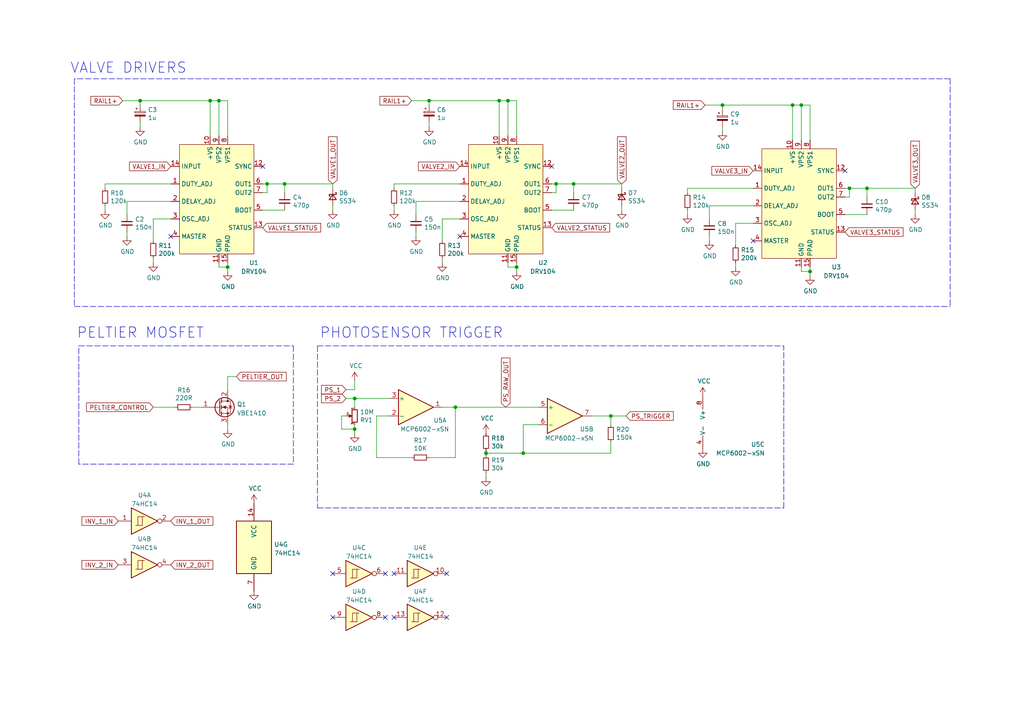
<source format=kicad_sch>
(kicad_sch (version 20211123) (generator eeschema)
  (paper "A4")
  (lib_symbols
    (symbol "74xx:74HC14" (pin_names (offset 1.016))
      (property "Reference" "U" (at 0 1.27 0))
      (property "Value" "74HC14" (at 0 -1.27 0))
      (symbol "74HC14_1_0"
        (polyline (pts (xy -3.81 3.81) (xy -3.81 -3.81) (xy 3.81 0) (xy -3.81 3.81)) (stroke (width 0.254)) (fill (type background)))
        (pin input line (at -7.62 0 0) (length 3.81) (name "~") (number "1"))
        (pin output inverted (at 7.62 0 180) (length 3.81) (name "~") (number "2"))
      )
      (symbol "74HC14_1_1"
        (polyline (pts (xy -1.905 -1.27) (xy -1.905 1.27) (xy -0.635 1.27)))
        (polyline (pts (xy -2.54 -1.27) (xy -0.635 -1.27) (xy -0.635 1.27) (xy 0 1.27)))
      )
      (symbol "74HC14_2_0"
        (polyline (pts (xy -3.81 3.81) (xy -3.81 -3.81) (xy 3.81 0) (xy -3.81 3.81)) (stroke (width 0.254)) (fill (type background)))
        (pin input line (at -7.62 0 0) (length 3.81) (name "~") (number "3"))
        (pin output inverted (at 7.62 0 180) (length 3.81) (name "~") (number "4"))
      )
      (symbol "74HC14_2_1"
        (polyline (pts (xy -1.905 -1.27) (xy -1.905 1.27) (xy -0.635 1.27)))
        (polyline (pts (xy -2.54 -1.27) (xy -0.635 -1.27) (xy -0.635 1.27) (xy 0 1.27)))
      )
      (symbol "74HC14_3_0"
        (polyline (pts (xy -3.81 3.81) (xy -3.81 -3.81) (xy 3.81 0) (xy -3.81 3.81)) (stroke (width 0.254)) (fill (type background)))
        (pin input line (at -7.62 0 0) (length 3.81) (name "~") (number "5"))
        (pin output inverted (at 7.62 0 180) (length 3.81) (name "~") (number "6"))
      )
      (symbol "74HC14_3_1"
        (polyline (pts (xy -1.905 -1.27) (xy -1.905 1.27) (xy -0.635 1.27)))
        (polyline (pts (xy -2.54 -1.27) (xy -0.635 -1.27) (xy -0.635 1.27) (xy 0 1.27)))
      )
      (symbol "74HC14_4_0"
        (polyline (pts (xy -3.81 3.81) (xy -3.81 -3.81) (xy 3.81 0) (xy -3.81 3.81)) (stroke (width 0.254)) (fill (type background)))
        (pin output inverted (at 7.62 0 180) (length 3.81) (name "~") (number "8"))
        (pin input line (at -7.62 0 0) (length 3.81) (name "~") (number "9"))
      )
      (symbol "74HC14_4_1"
        (polyline (pts (xy -1.905 -1.27) (xy -1.905 1.27) (xy -0.635 1.27)))
        (polyline (pts (xy -2.54 -1.27) (xy -0.635 -1.27) (xy -0.635 1.27) (xy 0 1.27)))
      )
      (symbol "74HC14_5_0"
        (polyline (pts (xy -3.81 3.81) (xy -3.81 -3.81) (xy 3.81 0) (xy -3.81 3.81)) (stroke (width 0.254)) (fill (type background)))
        (pin output inverted (at 7.62 0 180) (length 3.81) (name "~") (number "10"))
        (pin input line (at -7.62 0 0) (length 3.81) (name "~") (number "11"))
      )
      (symbol "74HC14_5_1"
        (polyline (pts (xy -1.905 -1.27) (xy -1.905 1.27) (xy -0.635 1.27)))
        (polyline (pts (xy -2.54 -1.27) (xy -0.635 -1.27) (xy -0.635 1.27) (xy 0 1.27)))
      )
      (symbol "74HC14_6_0"
        (polyline (pts (xy -3.81 3.81) (xy -3.81 -3.81) (xy 3.81 0) (xy -3.81 3.81)) (stroke (width 0.254)) (fill (type background)))
        (pin output inverted (at 7.62 0 180) (length 3.81) (name "~") (number "12"))
        (pin input line (at -7.62 0 0) (length 3.81) (name "~") (number "13"))
      )
      (symbol "74HC14_6_1"
        (polyline (pts (xy -1.905 -1.27) (xy -1.905 1.27) (xy -0.635 1.27)))
        (polyline (pts (xy -2.54 -1.27) (xy -0.635 -1.27) (xy -0.635 1.27) (xy 0 1.27)))
      )
      (symbol "74HC14_7_0"
        (pin power_in line (at 0 12.7 270) (length 5.08) (name "VCC") (number "14"))
        (pin power_in line (at 0 -12.7 90) (length 5.08) (name "GND") (number "7"))
      )
      (symbol "74HC14_7_1"
        (rectangle (start -5.08 7.62) (end 5.08 -7.62) (stroke (width 0.254)) (fill (type background)))
      )
    )
    (symbol "Amplifier_Operational:MCP6002-xSN" (pin_names (offset 0.127))
      (property "Reference" "U" (at 0 5.08 0))
      (property "Value" "MCP6002-xSN" (at 0 -5.08 0))
      (symbol "MCP6002-xSN_1_1"
        (polyline (pts (xy -5.08 5.08) (xy 5.08 0) (xy -5.08 -5.08) (xy -5.08 5.08)) (stroke (width 0.254)) (fill (type background)))
        (pin output line (at 7.62 0 180) (length 2.54) (name "~") (number "1"))
        (pin input line (at -7.62 -2.54 0) (length 2.54) (name "-") (number "2"))
        (pin input line (at -7.62 2.54 0) (length 2.54) (name "+") (number "3"))
      )
      (symbol "MCP6002-xSN_2_1"
        (polyline (pts (xy -5.08 5.08) (xy 5.08 0) (xy -5.08 -5.08) (xy -5.08 5.08)) (stroke (width 0.254)) (fill (type background)))
        (pin input line (at -7.62 2.54 0) (length 2.54) (name "+") (number "5"))
        (pin input line (at -7.62 -2.54 0) (length 2.54) (name "-") (number "6"))
        (pin output line (at 7.62 0 180) (length 2.54) (name "~") (number "7"))
      )
      (symbol "MCP6002-xSN_3_1"
        (pin power_in line (at -2.54 -7.62 90) (length 3.81) (name "V-") (number "4"))
        (pin power_in line (at -2.54 7.62 270) (length 3.81) (name "V+") (number "8"))
      )
    )
    (symbol "Device:C_Small" (pin_numbers hide) (pin_names (offset 0.254) hide)
      (property "Reference" "C" (at 0.254 1.778 0))
      (property "Value" "C_Small" (at 0.254 -2.032 0))
      (symbol "C_Small_0_1"
        (polyline (pts (xy -1.524 -0.508) (xy 1.524 -0.508)) (stroke (width 0.3302)))
        (polyline (pts (xy -1.524 0.508) (xy 1.524 0.508)) (stroke (width 0.3048)))
      )
      (symbol "C_Small_1_1"
        (pin passive line (at 0 2.54 270) (length 2.032) (name "~") (number "1"))
        (pin passive line (at 0 -2.54 90) (length 2.032) (name "~") (number "2"))
      )
    )
    (symbol "Device:D_Schottky_Small" (pin_numbers hide) (pin_names (offset 0.254) hide)
      (property "Reference" "D" (at -1.27 2.032 0))
      (property "Value" "D_Schottky_Small" (at -7.112 -2.032 0))
      (symbol "D_Schottky_Small_0_1"
        (polyline (pts (xy -0.762 0) (xy 0.762 0)))
        (polyline (pts (xy 0.762 -1.016) (xy -0.762 0) (xy 0.762 1.016) (xy 0.762 -1.016)) (stroke (width 0.254)))
        (polyline (pts (xy -1.27 0.762) (xy -1.27 1.016) (xy -0.762 1.016) (xy -0.762 -1.016) (xy -0.254 -1.016) (xy -0.254 -0.762)) (stroke (width 0.254)))
      )
      (symbol "D_Schottky_Small_1_1"
        (pin passive line (at -2.54 0 0) (length 1.778) (name "K") (number "1"))
        (pin passive line (at 2.54 0 180) (length 1.778) (name "A") (number "2"))
      )
    )
    (symbol "Device:Q_NMOS_GDS" (pin_names (offset 0) hide)
      (property "Reference" "Q" (at 5.08 1.27 0))
      (property "Value" "Q_NMOS_GDS" (at 5.08 -1.27 0))
      (symbol "Q_NMOS_GDS_0_1"
        (polyline (pts (xy 0.254 0) (xy -2.54 0)))
        (polyline (pts (xy 0.254 1.905) (xy 0.254 -1.905)) (stroke (width 0.254)))
        (polyline (pts (xy 0.762 -1.27) (xy 0.762 -2.286)) (stroke (width 0.254)))
        (polyline (pts (xy 0.762 0.508) (xy 0.762 -0.508)) (stroke (width 0.254)))
        (polyline (pts (xy 0.762 2.286) (xy 0.762 1.27)) (stroke (width 0.254)))
        (polyline (pts (xy 2.54 2.54) (xy 2.54 1.778)))
        (polyline (pts (xy 2.54 -2.54) (xy 2.54 0) (xy 0.762 0)))
        (polyline (pts (xy 0.762 -1.778) (xy 3.302 -1.778) (xy 3.302 1.778) (xy 0.762 1.778)))
        (polyline (pts (xy 1.016 0) (xy 2.032 0.381) (xy 2.032 -0.381) (xy 1.016 0)) (fill (type outline)))
        (polyline (pts (xy 2.794 0.508) (xy 2.921 0.381) (xy 3.683 0.381) (xy 3.81 0.254)))
        (polyline (pts (xy 3.302 0.381) (xy 2.921 -0.254) (xy 3.683 -0.254) (xy 3.302 0.381)))
        (circle (center 1.651 0) (radius 2.794) (stroke (width 0.254)))
        (circle (center 2.54 -1.778) (radius 0.254) (fill (type outline)))
        (circle (center 2.54 1.778) (radius 0.254) (fill (type outline)))
      )
      (symbol "Q_NMOS_GDS_1_1"
        (pin input line (at -5.08 0 0) (length 2.54) (name "G") (number "1"))
        (pin passive line (at 2.54 5.08 270) (length 2.54) (name "D") (number "2"))
        (pin passive line (at 2.54 -5.08 90) (length 2.54) (name "S") (number "3"))
      )
    )
    (symbol "Device:R_Small" (pin_numbers hide) (pin_names (offset 0.254) hide)
      (property "Reference" "R" (at 0.762 0.508 0))
      (property "Value" "R_Small" (at 0.762 -1.016 0))
      (symbol "R_Small_0_1"
        (rectangle (start -0.762 1.778) (end 0.762 -1.778) (stroke (width 0.2032)))
      )
      (symbol "R_Small_1_1"
        (pin passive line (at 0 2.54 270) (length 0.762) (name "~") (number "1"))
        (pin passive line (at 0 -2.54 90) (length 0.762) (name "~") (number "2"))
      )
    )
    (symbol "PipControlBoard-rescue:CP_Small-Device" (pin_numbers hide) (pin_names (offset 0.254) hide)
      (property "Reference" "C" (at 0.254 1.778 0))
      (property "Value" "CP_Small-Device" (at 0.254 -2.032 0))
      (symbol "CP_Small-Device_0_1"
        (rectangle (start -1.524 -0.3048) (end 1.524 -0.6858) (fill (type outline)))
        (rectangle (start -1.524 0.6858) (end 1.524 0.3048))
        (polyline (pts (xy -1.27 1.524) (xy -0.762 1.524)))
        (polyline (pts (xy -1.016 1.27) (xy -1.016 1.778)))
      )
      (symbol "CP_Small-Device_1_1"
        (pin passive line (at 0 2.54 270) (length 1.8542) (name "~") (number "1"))
        (pin passive line (at 0 -2.54 90) (length 1.8542) (name "~") (number "2"))
      )
    )
    (symbol "PipControlBoard-rescue:R_POT_Small-Device" (pin_names (offset 1.016) hide)
      (property "Reference" "RV" (at -4.445 0 90))
      (property "Value" "R_POT_Small-Device" (at -2.54 0 90))
      (symbol "R_POT_Small-Device_0_1"
        (polyline (pts (xy 0.889 0) (xy 0.635 0) (xy 1.651 0.381) (xy 1.651 -0.381) (xy 0.635 0) (xy 0.889 0)) (fill (type outline)))
        (rectangle (start 0.762 1.8034) (end -0.762 -1.8034) (stroke (width 0.254)))
      )
      (symbol "R_POT_Small-Device_1_1"
        (pin passive line (at 0 2.54 270) (length 0.635) (name "1") (number "1"))
        (pin passive line (at 2.54 0 180) (length 0.9906) (name "2") (number "2"))
        (pin passive line (at 0 -2.54 90) (length 0.635) (name "3") (number "3"))
      )
    )
    (symbol "maxlibrary:DRV104"
      (property "Reference" "U" (at 7.62 -13.97 0))
      (property "Value" "DRV104" (at 7.62 -16.51 0))
      (symbol "DRV104_0_0"
        (pin input line (at -13.97 10.16 0) (length 2.54) (name "DUTY_ADJ") (number "1"))
        (pin power_in line (at -2.54 24.13 270) (length 2.54) (name "+VS") (number "10"))
        (pin power_in line (at 0 -12.7 90) (length 2.54) (name "GND") (number "11"))
        (pin bidirectional line (at 12.7 15.24 180) (length 2.54) (name "SYNC") (number "12"))
        (pin output line (at 12.7 -2.54 180) (length 2.54) (name "STATUS") (number "13"))
        (pin input line (at -13.97 15.24 0) (length 2.54) (name "INPUT") (number "14"))
        (pin power_in line (at 2.54 -12.7 90) (length 2.54) (name "PPAD") (number "15"))
        (pin input line (at -13.97 5.08 0) (length 2.54) (name "DELAY_ADJ") (number "2"))
        (pin input line (at -13.97 0 0) (length 2.54) (name "OSC_ADJ") (number "3"))
        (pin input line (at -13.97 -5.08 0) (length 2.54) (name "MASTER") (number "4"))
        (pin input line (at 12.7 2.54 180) (length 2.54) (name "BOOT") (number "5"))
        (pin power_out line (at 12.7 10.16 180) (length 2.54) (name "OUT1") (number "6"))
        (pin power_out line (at 12.7 7.62 180) (length 2.54) (name "OUT2") (number "7"))
        (pin power_in line (at 2.54 24.13 270) (length 2.54) (name "VPS1") (number "8"))
        (pin power_in line (at 0 24.13 270) (length 2.54) (name "VPS2") (number "9"))
      )
      (symbol "DRV104_0_1"
        (rectangle (start 10.16 -10.16) (end -11.43 21.59) (fill (type background)))
      )
    )
    (symbol "power:GND" (power) (pin_names (offset 0))
      (property "Value" "GND" (at 0 -3.81 0))
      (symbol "GND_0_1"
        (polyline (pts (xy 0 0) (xy 0 -1.27) (xy 1.27 -1.27) (xy 0 -2.54) (xy -1.27 -1.27) (xy 0 -1.27)))
      )
      (symbol "GND_1_1"
        (pin power_in line (at 0 0 270) (length 0) hide (name "GND") (number "1"))
      )
    )
    (symbol "power:VCC" (power) (pin_names (offset 0))
      (property "Value" "VCC" (at 0 3.81 0))
      (symbol "VCC_0_1"
        (polyline (pts (xy -0.762 1.27) (xy 0 2.54)))
        (polyline (pts (xy 0 0) (xy 0 2.54)))
        (polyline (pts (xy 0 2.54) (xy 0.762 1.27)))
      )
      (symbol "VCC_1_1"
        (pin power_in line (at 0 0 90) (length 0) hide (name "VCC") (number "1"))
      )
    )
  )
  (junction (at 102.87 124.46))
  (junction (at 232.41 30.48))
  (junction (at 229.87 30.48))
  (junction (at 63.5 29.21))
  (junction (at 246.38 54.61))
  (junction (at 234.95 78.74))
  (junction (at 209.55 30.48))
  (junction (at 177.165 120.65))
  (junction (at 251.46 54.61))
  (junction (at 140.97 131.445))
  (junction (at 77.47 53.34))
  (junction (at 144.78 29.21))
  (junction (at 161.29 53.34))
  (junction (at 151.765 131.445))
  (junction (at 60.96 29.21))
  (junction (at 102.87 115.57))
  (junction (at 147.32 29.21))
  (junction (at 124.46 29.21))
  (junction (at 82.55 53.34))
  (junction (at 132.08 118.11))
  (junction (at 149.86 77.47))
  (junction (at 66.04 77.47))
  (junction (at 166.37 53.34))
  (junction (at 40.64 29.21))
  (no_connect (at 245.11 49.53))
  (no_connect (at 133.35 68.58))
  (no_connect (at 76.2 48.26))
  (no_connect (at 49.53 68.58))
  (no_connect (at 160.02 48.26))
  (no_connect (at 114.3 179.07))
  (no_connect (at 129.54 166.37))
  (no_connect (at 114.3 166.37))
  (no_connect (at 129.54 179.07))
  (no_connect (at 96.52 179.07))
  (no_connect (at 111.76 166.37))
  (no_connect (at 111.76 179.07))
  (no_connect (at 96.52 166.37))
  (no_connect (at 218.44 69.85))
  (wire (pts (xy 149.86 29.21) (xy 149.86 39.37)))
  (wire (pts (xy 181.61 120.65) (xy 177.165 120.65)))
  (wire (pts (xy 140.97 132.08) (xy 140.97 131.445)))
  (wire (pts (xy 128.27 63.5) (xy 128.27 69.85)))
  (polyline (pts (xy 275.59 22.86) (xy 275.59 88.9)))
  (wire (pts (xy 140.97 138.43) (xy 140.97 137.16)))
  (wire (pts (xy 147.32 29.21) (xy 149.86 29.21)))
  (wire (pts (xy 265.43 54.61) (xy 265.43 55.88)))
  (wire (pts (xy 229.87 30.48) (xy 232.41 30.48)))
  (wire (pts (xy 40.64 29.21) (xy 40.64 30.48)))
  (wire (pts (xy 102.87 113.03) (xy 100.33 113.03)))
  (wire (pts (xy 114.3 53.34) (xy 133.35 53.34)))
  (wire (pts (xy 218.44 64.77) (xy 213.36 64.77)))
  (polyline (pts (xy 22.86 100.33) (xy 85.09 100.33)))
  (wire (pts (xy 133.35 63.5) (xy 128.27 63.5)))
  (wire (pts (xy 177.165 120.65) (xy 177.165 123.19)))
  (wire (pts (xy 149.86 78.74) (xy 149.86 77.47)))
  (wire (pts (xy 166.37 55.88) (xy 166.37 53.34)))
  (wire (pts (xy 209.55 36.83) (xy 209.55 38.1)))
  (wire (pts (xy 76.2 53.34) (xy 77.47 53.34)))
  (wire (pts (xy 234.95 78.74) (xy 232.41 78.74)))
  (wire (pts (xy 30.48 53.34) (xy 49.53 53.34)))
  (wire (pts (xy 156.21 123.19) (xy 151.765 123.19)))
  (wire (pts (xy 100.33 120.65) (xy 99.06 120.65)))
  (wire (pts (xy 171.45 120.65) (xy 177.165 120.65)))
  (wire (pts (xy 199.39 60.96) (xy 199.39 62.23)))
  (wire (pts (xy 232.41 30.48) (xy 234.95 30.48)))
  (wire (pts (xy 205.74 59.69) (xy 218.44 59.69)))
  (wire (pts (xy 234.95 80.01) (xy 234.95 78.74)))
  (polyline (pts (xy 85.09 100.33) (xy 85.09 134.62)))
  (wire (pts (xy 124.46 29.21) (xy 124.46 30.48)))
  (wire (pts (xy 96.52 59.69) (xy 96.52 60.96)))
  (wire (pts (xy 109.22 132.715) (xy 119.38 132.715)))
  (wire (pts (xy 102.87 115.57) (xy 113.03 115.57)))
  (wire (pts (xy 209.55 30.48) (xy 209.55 31.75)))
  (wire (pts (xy 60.96 29.21) (xy 63.5 29.21)))
  (wire (pts (xy 120.65 62.23) (xy 120.65 58.42)))
  (wire (pts (xy 245.11 57.15) (xy 246.38 57.15)))
  (wire (pts (xy 166.37 53.34) (xy 180.34 53.34)))
  (wire (pts (xy 82.55 55.88) (xy 82.55 53.34)))
  (wire (pts (xy 144.78 29.21) (xy 147.32 29.21)))
  (wire (pts (xy 60.96 29.21) (xy 60.96 39.37)))
  (wire (pts (xy 102.87 124.46) (xy 102.87 123.19)))
  (wire (pts (xy 124.46 29.21) (xy 144.78 29.21)))
  (wire (pts (xy 113.03 120.65) (xy 109.22 120.65)))
  (wire (pts (xy 151.765 131.445) (xy 177.165 131.445)))
  (wire (pts (xy 160.02 60.96) (xy 166.37 60.96)))
  (wire (pts (xy 251.46 57.15) (xy 251.46 54.61)))
  (wire (pts (xy 204.47 30.48) (xy 209.55 30.48)))
  (wire (pts (xy 30.48 53.34) (xy 30.48 54.61)))
  (wire (pts (xy 161.29 55.88) (xy 161.29 53.34)))
  (wire (pts (xy 66.04 109.22) (xy 66.04 113.03)))
  (wire (pts (xy 199.39 54.61) (xy 218.44 54.61)))
  (wire (pts (xy 114.3 59.69) (xy 114.3 60.96)))
  (wire (pts (xy 160.02 55.88) (xy 161.29 55.88)))
  (wire (pts (xy 44.45 74.93) (xy 44.45 76.2)))
  (wire (pts (xy 120.65 67.31) (xy 120.65 68.58)))
  (wire (pts (xy 229.87 30.48) (xy 229.87 40.64)))
  (wire (pts (xy 49.53 63.5) (xy 44.45 63.5)))
  (wire (pts (xy 234.95 30.48) (xy 234.95 40.64)))
  (wire (pts (xy 77.47 55.88) (xy 77.47 53.34)))
  (wire (pts (xy 151.765 123.19) (xy 151.765 131.445)))
  (wire (pts (xy 160.02 53.34) (xy 161.29 53.34)))
  (wire (pts (xy 232.41 78.74) (xy 232.41 77.47)))
  (wire (pts (xy 109.22 120.65) (xy 109.22 132.715)))
  (wire (pts (xy 149.86 77.47) (xy 149.86 76.2)))
  (wire (pts (xy 132.08 118.11) (xy 156.21 118.11)))
  (polyline (pts (xy 92.075 100.33) (xy 92.075 147.32)))
  (wire (pts (xy 120.65 58.42) (xy 133.35 58.42)))
  (wire (pts (xy 66.04 77.47) (xy 63.5 77.47)))
  (wire (pts (xy 124.46 35.56) (xy 124.46 36.83)))
  (polyline (pts (xy 92.075 100.33) (xy 227.33 100.33)))
  (wire (pts (xy 82.55 53.34) (xy 96.52 53.34)))
  (polyline (pts (xy 227.33 147.32) (xy 227.33 100.33)))
  (wire (pts (xy 140.97 131.445) (xy 151.765 131.445)))
  (wire (pts (xy 147.32 77.47) (xy 147.32 76.2)))
  (wire (pts (xy 66.04 77.47) (xy 66.04 76.2)))
  (wire (pts (xy 205.74 68.58) (xy 205.74 69.85)))
  (wire (pts (xy 40.64 29.21) (xy 60.96 29.21)))
  (wire (pts (xy 100.33 115.57) (xy 102.87 115.57)))
  (polyline (pts (xy 92.075 147.32) (xy 227.33 147.32)))
  (wire (pts (xy 102.87 110.49) (xy 102.87 113.03)))
  (wire (pts (xy 128.27 74.93) (xy 128.27 76.2)))
  (wire (pts (xy 251.46 54.61) (xy 265.43 54.61)))
  (wire (pts (xy 66.04 29.21) (xy 66.04 39.37)))
  (wire (pts (xy 102.87 125.73) (xy 102.87 124.46)))
  (wire (pts (xy 205.74 63.5) (xy 205.74 59.69)))
  (wire (pts (xy 96.52 53.34) (xy 96.52 54.61)))
  (wire (pts (xy 50.8 118.11) (xy 44.45 118.11)))
  (wire (pts (xy 199.39 54.61) (xy 199.39 55.88)))
  (wire (pts (xy 99.06 120.65) (xy 99.06 124.46)))
  (wire (pts (xy 36.83 67.31) (xy 36.83 68.58)))
  (wire (pts (xy 180.34 59.69) (xy 180.34 60.96)))
  (wire (pts (xy 58.42 118.11) (xy 55.88 118.11)))
  (wire (pts (xy 44.45 63.5) (xy 44.45 69.85)))
  (wire (pts (xy 128.27 118.11) (xy 132.08 118.11)))
  (wire (pts (xy 177.165 128.27) (xy 177.165 131.445)))
  (wire (pts (xy 234.95 78.74) (xy 234.95 77.47)))
  (polyline (pts (xy 22.86 134.62) (xy 22.86 100.33)))
  (wire (pts (xy 119.38 29.21) (xy 124.46 29.21)))
  (wire (pts (xy 40.64 35.56) (xy 40.64 36.83)))
  (polyline (pts (xy 21.59 88.9) (xy 275.59 88.9)))
  (wire (pts (xy 63.5 29.21) (xy 66.04 29.21)))
  (wire (pts (xy 76.2 55.88) (xy 77.47 55.88)))
  (wire (pts (xy 36.83 62.23) (xy 36.83 58.42)))
  (wire (pts (xy 265.43 60.96) (xy 265.43 62.23)))
  (wire (pts (xy 63.5 29.21) (xy 63.5 39.37)))
  (wire (pts (xy 149.86 77.47) (xy 147.32 77.47)))
  (wire (pts (xy 245.11 62.23) (xy 251.46 62.23)))
  (polyline (pts (xy 275.59 22.86) (xy 21.59 22.86)))
  (wire (pts (xy 35.56 29.21) (xy 40.64 29.21)))
  (wire (pts (xy 30.48 59.69) (xy 30.48 60.96)))
  (wire (pts (xy 180.34 53.34) (xy 180.34 54.61)))
  (wire (pts (xy 132.08 118.11) (xy 132.08 132.715)))
  (wire (pts (xy 102.87 115.57) (xy 102.87 118.11)))
  (wire (pts (xy 246.38 57.15) (xy 246.38 54.61)))
  (wire (pts (xy 77.47 53.34) (xy 82.55 53.34)))
  (wire (pts (xy 232.41 30.48) (xy 232.41 40.64)))
  (wire (pts (xy 114.3 53.34) (xy 114.3 54.61)))
  (wire (pts (xy 68.58 109.22) (xy 66.04 109.22)))
  (wire (pts (xy 140.97 131.445) (xy 140.97 130.81)))
  (wire (pts (xy 76.2 60.96) (xy 82.55 60.96)))
  (wire (pts (xy 209.55 30.48) (xy 229.87 30.48)))
  (wire (pts (xy 66.04 78.74) (xy 66.04 77.47)))
  (wire (pts (xy 161.29 53.34) (xy 166.37 53.34)))
  (wire (pts (xy 144.78 29.21) (xy 144.78 39.37)))
  (wire (pts (xy 246.38 54.61) (xy 251.46 54.61)))
  (wire (pts (xy 66.04 124.46) (xy 66.04 123.19)))
  (polyline (pts (xy 85.09 134.62) (xy 22.86 134.62)))
  (polyline (pts (xy 21.59 22.86) (xy 21.59 88.9)))
  (wire (pts (xy 147.32 29.21) (xy 147.32 39.37)))
  (wire (pts (xy 213.36 64.77) (xy 213.36 71.12)))
  (wire (pts (xy 245.11 54.61) (xy 246.38 54.61)))
  (wire (pts (xy 213.36 76.2) (xy 213.36 77.47)))
  (wire (pts (xy 36.83 58.42) (xy 49.53 58.42)))
  (wire (pts (xy 63.5 77.47) (xy 63.5 76.2)))
  (wire (pts (xy 99.06 124.46) (xy 102.87 124.46)))
  (wire (pts (xy 132.08 132.715) (xy 124.46 132.715)))
  (text "PHOTOSENSOR TRIGGER" (at 92.71 98.425 0) (effects (font (size 2.9972 2.9972)) (justify left bottom)))
  (text "PELTIER MOSFET" (at 22.225 98.425 0) (effects (font (size 2.9972 2.9972)) (justify left bottom)))
  (text "VALVE DRIVERS" (at 20.32 21.59 0) (effects (font (size 2.9972 2.9972)) (justify left bottom)))
  (global_label "INV_1_OUT" (shape input) (at 49.53 151.13 0) (property "Intersheet References" "${INTERSHEET_REFS}" (effects hide)))
  (global_label "VALVE2_OUT" (shape input) (at 180.34 53.34 90) (property "Intersheet References" "${INTERSHEET_REFS}" (effects hide)))
  (global_label "INV_2_OUT" (shape input) (at 49.53 163.83 0) (property "Intersheet References" "${INTERSHEET_REFS}" (effects hide)))
  (global_label "VALVE3_OUT" (shape input) (at 265.43 54.61 90) (property "Intersheet References" "${INTERSHEET_REFS}" (effects hide)))
  (global_label "RAIL1+" (shape input) (at 35.56 29.21 180) (property "Intersheet References" "${INTERSHEET_REFS}" (effects hide)))
  (global_label "PS_2" (shape input) (at 100.33 115.57 180) (property "Intersheet References" "${INTERSHEET_REFS}" (effects hide)))
  (global_label "PS_RAW_OUT" (shape input) (at 146.685 118.11 90) (property "Intersheet References" "${INTERSHEET_REFS}" (effects hide)))
  (global_label "PS_TRIGGER" (shape input) (at 181.61 120.65 0) (property "Intersheet References" "${INTERSHEET_REFS}" (effects hide)))
  (global_label "PELTIER_CONTROL" (shape input) (at 44.45 118.11 180) (property "Intersheet References" "${INTERSHEET_REFS}" (effects hide)))
  (global_label "VALVE3_STATUS" (shape input) (at 245.11 67.31 0) (property "Intersheet References" "${INTERSHEET_REFS}" (effects hide)))
  (global_label "INV_2_IN" (shape input) (at 34.29 163.83 180) (property "Intersheet References" "${INTERSHEET_REFS}" (effects hide)))
  (global_label "INV_1_IN" (shape input) (at 34.29 151.13 180) (property "Intersheet References" "${INTERSHEET_REFS}" (effects hide)))
  (global_label "VALVE2_IN" (shape input) (at 133.35 48.26 180) (property "Intersheet References" "${INTERSHEET_REFS}" (effects hide)))
  (global_label "PS_1" (shape input) (at 100.33 113.03 180) (property "Intersheet References" "${INTERSHEET_REFS}" (effects hide)))
  (global_label "RAIL1+" (shape input) (at 204.47 30.48 180) (property "Intersheet References" "${INTERSHEET_REFS}" (effects hide)))
  (global_label "VALVE1_STATUS" (shape input) (at 76.2 66.04 0) (property "Intersheet References" "${INTERSHEET_REFS}" (effects hide)))
  (global_label "VALVE1_OUT" (shape input) (at 96.52 53.34 90) (property "Intersheet References" "${INTERSHEET_REFS}" (effects hide)))
  (global_label "VALVE2_STATUS" (shape input) (at 160.02 66.04 0) (property "Intersheet References" "${INTERSHEET_REFS}" (effects hide)))
  (global_label "VALVE1_IN" (shape input) (at 49.53 48.26 180) (property "Intersheet References" "${INTERSHEET_REFS}" (effects hide)))
  (global_label "PELTIER_OUT" (shape input) (at 68.58 109.22 0) (property "Intersheet References" "${INTERSHEET_REFS}" (effects hide)))
  (global_label "RAIL1+" (shape input) (at 119.38 29.21 180) (property "Intersheet References" "${INTERSHEET_REFS}" (effects hide)))
  (global_label "VALVE3_IN" (shape input) (at 218.44 49.53 180) (property "Intersheet References" "${INTERSHEET_REFS}" (effects hide)))
  (symbol (lib_id "maxlibrary:DRV104") (at 63.5 63.5 0) (unit 1)
    (property "Reference" "U1" (at 73.66 76.2 0))
    (property "Value" "DRV104" (at 73.66 78.74 0))
    (property "Footprint" "Package_SO:HTSSOP-14-1EP_4.4x5mm_P0.65mm_EP3.4x5mm_Mask3x3.1mm_ThermalVias" (effects hide))
    (property "Datasheet" "http://www.ti.com/lit/ds/symlink/drv2510-q1.pdf" (effects hide))
    (property "LCSC Part Number" "C1556572" (effects hide))
  )
  (symbol (lib_id "power:GND") (at 66.04 78.74 0) (unit 1)
    (property "Reference" "#PWR038" (effects hide))
    (property "Value" "GND" (at 66.167 83.1342 0))
  )
  (symbol (lib_id "PipControlBoard-rescue:CP_Small-Device") (at 40.64 33.02 0) (unit 1)
    (property "Reference" "C3" (at 42.8752 31.8516 0) (effects (justify left)))
    (property "Value" "1u" (at 42.8752 34.163 0) (effects (justify left)))
    (property "Footprint" "Capacitor_SMD:C_0805_2012Metric" (effects hide))
    (property "LCSC Part Number" "C28323" (effects hide))
  )
  (symbol (lib_id "power:GND") (at 40.64 36.83 0) (unit 1)
    (property "Reference" "#PWR036" (effects hide))
    (property "Value" "GND" (at 40.767 41.2242 0))
  )
  (symbol (lib_id "Device:C_Small") (at 82.55 58.42 0) (unit 1)
    (property "Reference" "C4" (at 84.8868 57.2516 0) (effects (justify left)))
    (property "Value" "470p" (at 84.8868 59.563 0) (effects (justify left)))
    (property "Footprint" "Capacitor_SMD:C_0603_1608Metric" (effects hide))
    (property "LCSC Part Number" "C1620" (effects hide))
  )
  (symbol (lib_id "Device:D_Schottky_Small") (at 96.52 57.15 270) (unit 1)
    (property "Reference" "D6" (at 98.298 55.9816 90) (effects (justify left)))
    (property "Value" "SS34" (at 98.298 58.293 90) (effects (justify left)))
    (property "Footprint" "Diode_SMD:D_SMA" (effects hide))
    (property "LCSC Part Number" "C8678" (effects hide))
  )
  (symbol (lib_id "power:GND") (at 96.52 60.96 0) (unit 1)
    (property "Reference" "#PWR039" (effects hide))
    (property "Value" "GND" (at 96.647 65.3542 0))
  )
  (symbol (lib_id "Device:R_Small") (at 30.48 57.15 0) (unit 1)
    (property "Reference" "R10" (at 31.9786 55.9816 0) (effects (justify left)))
    (property "Value" "120k" (at 31.9786 58.293 0) (effects (justify left)))
    (property "Footprint" "Resistor_SMD:R_0805_2012Metric" (effects hide))
    (property "LCSC Part Number" "C17436" (effects hide))
  )
  (symbol (lib_id "Device:R_Small") (at 44.45 72.39 0) (unit 1)
    (property "Reference" "R11" (at 45.9486 71.2216 0) (effects (justify left)))
    (property "Value" "200k" (at 45.9486 73.533 0) (effects (justify left)))
    (property "Footprint" "Resistor_SMD:R_0805_2012Metric" (effects hide))
    (property "LCSC Part Number" "C17539" (effects hide))
  )
  (symbol (lib_id "Device:C_Small") (at 36.83 64.77 0) (unit 1)
    (property "Reference" "C2" (at 39.1668 63.6016 0) (effects (justify left)))
    (property "Value" "150n" (at 39.1668 65.913 0) (effects (justify left)))
    (property "Footprint" "Capacitor_SMD:C_0805_2012Metric" (effects hide))
    (property "LCSC Part Number" "C1710" (effects hide))
  )
  (symbol (lib_id "power:GND") (at 36.83 68.58 0) (unit 1)
    (property "Reference" "#PWR035" (effects hide))
    (property "Value" "GND" (at 36.957 72.9742 0))
  )
  (symbol (lib_id "power:GND") (at 30.48 60.96 0) (unit 1)
    (property "Reference" "#PWR034" (effects hide))
    (property "Value" "GND" (at 30.607 65.3542 0))
  )
  (symbol (lib_id "power:GND") (at 44.45 76.2 0) (unit 1)
    (property "Reference" "#PWR037" (effects hide))
    (property "Value" "GND" (at 44.577 80.5942 0))
  )
  (symbol (lib_id "maxlibrary:DRV104") (at 147.32 63.5 0) (unit 1)
    (property "Reference" "U2" (at 157.48 76.2 0))
    (property "Value" "DRV104" (at 157.48 78.74 0))
    (property "Footprint" "Package_SO:HTSSOP-14-1EP_4.4x5mm_P0.65mm_EP3.4x5mm_Mask3x3.1mm_ThermalVias" (effects hide))
    (property "Datasheet" "http://www.ti.com/lit/ds/symlink/drv2510-q1.pdf" (effects hide))
    (property "LCSC Part Number" "C1556572" (effects hide))
  )
  (symbol (lib_id "power:GND") (at 149.86 78.74 0) (unit 1)
    (property "Reference" "#PWR044" (effects hide))
    (property "Value" "GND" (at 149.987 83.1342 0))
  )
  (symbol (lib_id "PipControlBoard-rescue:CP_Small-Device") (at 124.46 33.02 0) (unit 1)
    (property "Reference" "C6" (at 126.6952 31.8516 0) (effects (justify left)))
    (property "Value" "1u" (at 126.6952 34.163 0) (effects (justify left)))
    (property "Footprint" "Capacitor_SMD:C_0805_2012Metric" (effects hide))
    (property "LCSC Part Number" "C28323" (effects hide))
  )
  (symbol (lib_id "power:GND") (at 124.46 36.83 0) (unit 1)
    (property "Reference" "#PWR042" (effects hide))
    (property "Value" "GND" (at 124.587 41.2242 0))
  )
  (symbol (lib_id "Device:C_Small") (at 166.37 58.42 0) (unit 1)
    (property "Reference" "C7" (at 168.7068 57.2516 0) (effects (justify left)))
    (property "Value" "470p" (at 168.7068 59.563 0) (effects (justify left)))
    (property "Footprint" "Capacitor_SMD:C_0603_1608Metric" (effects hide))
    (property "LCSC Part Number" "C1620" (effects hide))
  )
  (symbol (lib_id "Device:D_Schottky_Small") (at 180.34 57.15 270) (unit 1)
    (property "Reference" "D7" (at 182.118 55.9816 90) (effects (justify left)))
    (property "Value" "SS34" (at 182.118 58.293 90) (effects (justify left)))
    (property "Footprint" "Diode_SMD:D_SMA" (effects hide))
    (property "LCSC Part Number" "C8678" (effects hide))
  )
  (symbol (lib_id "power:GND") (at 180.34 60.96 0) (unit 1)
    (property "Reference" "#PWR045" (effects hide))
    (property "Value" "GND" (at 180.467 65.3542 0))
  )
  (symbol (lib_id "Device:R_Small") (at 114.3 57.15 0) (unit 1)
    (property "Reference" "R12" (at 115.7986 55.9816 0) (effects (justify left)))
    (property "Value" "120k" (at 115.7986 58.293 0) (effects (justify left)))
    (property "Footprint" "Resistor_SMD:R_0805_2012Metric" (effects hide))
    (property "LCSC Part Number" "C17436" (effects hide))
  )
  (symbol (lib_id "Device:R_Small") (at 128.27 72.39 0) (unit 1)
    (property "Reference" "R13" (at 129.7686 71.2216 0) (effects (justify left)))
    (property "Value" "200k" (at 129.7686 73.533 0) (effects (justify left)))
    (property "Footprint" "Resistor_SMD:R_0805_2012Metric" (effects hide))
    (property "LCSC Part Number" "C17539" (effects hide))
  )
  (symbol (lib_id "Device:C_Small") (at 120.65 64.77 0) (unit 1)
    (property "Reference" "C5" (at 122.9868 63.6016 0) (effects (justify left)))
    (property "Value" "150n" (at 122.9868 65.913 0) (effects (justify left)))
    (property "Footprint" "Capacitor_SMD:C_0805_2012Metric" (effects hide))
    (property "LCSC Part Number" "C1710" (effects hide))
  )
  (symbol (lib_id "power:GND") (at 120.65 68.58 0) (unit 1)
    (property "Reference" "#PWR041" (effects hide))
    (property "Value" "GND" (at 120.777 72.9742 0))
  )
  (symbol (lib_id "power:GND") (at 114.3 60.96 0) (unit 1)
    (property "Reference" "#PWR040" (effects hide))
    (property "Value" "GND" (at 114.427 65.3542 0))
  )
  (symbol (lib_id "power:GND") (at 128.27 76.2 0) (unit 1)
    (property "Reference" "#PWR043" (effects hide))
    (property "Value" "GND" (at 128.397 80.5942 0))
  )
  (symbol (lib_id "Device:R_Small") (at 53.34 118.11 270) (unit 1)
    (property "Reference" "R16" (at 53.34 113.1316 90))
    (property "Value" "220R" (at 53.34 115.443 90))
    (property "Footprint" "Resistor_SMD:R_0805_2012Metric" (effects hide))
    (property "LCSC Part Number" "C17557" (effects hide))
  )
  (symbol (lib_id "power:GND") (at 66.04 124.46 0) (unit 1)
    (property "Reference" "#PWR052" (effects hide))
    (property "Value" "GND" (at 66.167 128.8542 0))
  )
  (symbol (lib_id "PipControlBoard-rescue:R_POT_Small-Device") (at 102.87 120.65 0) (mirror y) (unit 1)
    (property "Reference" "RV1" (at 104.394 121.8184 0) (effects (justify right)))
    (property "Value" "10M" (at 104.394 119.507 0) (effects (justify right)))
    (property "Footprint" "Potentiometer_THT:Potentiometer_Bourns_3296W_Vertical" (effects hide))
    (property "LCSC Part Number" "C118954" (effects hide))
  )
  (symbol (lib_id "power:VCC") (at 102.87 110.49 0) (unit 1)
    (property "Reference" "#PWR055" (effects hide))
    (property "Value" "VCC" (at 103.251 106.0958 0))
  )
  (symbol (lib_id "power:GND") (at 102.87 125.73 0) (unit 1)
    (property "Reference" "#PWR056" (effects hide))
    (property "Value" "GND" (at 102.997 130.1242 0))
  )
  (symbol (lib_id "Device:R_Small") (at 177.165 125.73 0) (unit 1)
    (property "Reference" "R20" (at 178.6636 124.5616 0) (effects (justify left)))
    (property "Value" "150k" (at 178.6636 126.873 0) (effects (justify left)))
    (property "Footprint" "Resistor_SMD:R_0805_2012Metric" (effects hide))
    (property "LCSC Part Number" "C17470" (effects hide))
  )
  (symbol (lib_id "power:VCC") (at 140.97 125.73 0) (unit 1)
    (property "Reference" "#PWR057" (effects hide))
    (property "Value" "VCC" (at 141.351 121.3358 0))
  )
  (symbol (lib_id "Device:R_Small") (at 140.97 128.27 0) (unit 1)
    (property "Reference" "R18" (at 142.4686 127.1016 0) (effects (justify left)))
    (property "Value" "30k" (at 142.4686 129.413 0) (effects (justify left)))
    (property "Footprint" "Resistor_SMD:R_0805_2012Metric" (effects hide))
    (property "LCSC Part Number" "C17621" (effects hide))
  )
  (symbol (lib_id "Device:R_Small") (at 140.97 134.62 0) (unit 1)
    (property "Reference" "R19" (at 142.4686 133.4516 0) (effects (justify left)))
    (property "Value" "30k" (at 142.4686 135.763 0) (effects (justify left)))
    (property "Footprint" "Resistor_SMD:R_0805_2012Metric" (effects hide))
    (property "LCSC Part Number" "C17621" (effects hide))
  )
  (symbol (lib_id "power:GND") (at 140.97 138.43 0) (unit 1)
    (property "Reference" "#PWR058" (effects hide))
    (property "Value" "GND" (at 141.097 142.8242 0))
  )
  (symbol (lib_id "power:GND") (at 234.95 80.01 0) (unit 1)
    (property "Reference" "#PWR050" (effects hide))
    (property "Value" "GND" (at 235.077 84.4042 0))
  )
  (symbol (lib_id "Amplifier_Operational:MCP6002-xSN") (at 206.375 122.555 0) (unit 3)
    (property "Reference" "U5" (at 217.805 128.905 0) (effects (justify left)))
    (property "Value" "MCP6002-xSN" (at 207.645 131.445 0) (effects (justify left)))
    (property "Footprint" "Package_SO:SOIC-8_3.9x4.9mm_P1.27mm" (effects hide))
    (property "Datasheet" "http://ww1.microchip.com/downloads/en/DeviceDoc/21733j.pdf" (effects hide))
    (property "LCSC Part Number" "C7377" (effects hide))
  )
  (symbol (lib_id "74xx:74HC14") (at 104.14 166.37 0) (unit 3)
    (property "Reference" "U4" (at 104.14 158.8602 0))
    (property "Value" "74HC14" (at 104.14 161.3971 0))
    (property "Footprint" "Package_SO:SOIC-14_3.9x8.7mm_P1.27mm" (effects hide))
    (property "Datasheet" "http://www.ti.com/lit/gpn/sn74HC14" (effects hide))
    (property "LCSC Part Number" "C5605" (effects hide))
  )
  (symbol (lib_id "Device:R_Small") (at 121.92 132.715 270) (unit 1)
    (property "Reference" "R17" (at 121.92 127.7366 90))
    (property "Value" "10K" (at 121.92 130.048 90))
    (property "Footprint" "Resistor_SMD:R_0805_2012Metric" (effects hide))
    (property "LCSC Part Number" "C17414" (effects hide))
  )
  (symbol (lib_id "power:GND") (at 265.43 62.23 0) (unit 1)
    (property "Reference" "#PWR051" (effects hide))
    (property "Value" "GND" (at 265.557 66.6242 0))
  )
  (symbol (lib_id "PipControlBoard-rescue:CP_Small-Device") (at 209.55 34.29 0) (unit 1)
    (property "Reference" "C9" (at 211.7852 33.1216 0) (effects (justify left)))
    (property "Value" "1u" (at 211.7852 35.433 0) (effects (justify left)))
    (property "Footprint" "Capacitor_SMD:C_0805_2012Metric" (effects hide))
    (property "LCSC Part Number" "C28323" (effects hide))
  )
  (symbol (lib_id "maxlibrary:DRV104") (at 232.41 64.77 0) (unit 1)
    (property "Reference" "U3" (at 242.57 77.47 0))
    (property "Value" "DRV104" (at 242.57 80.01 0))
    (property "Footprint" "Package_SO:HTSSOP-14-1EP_4.4x5mm_P0.65mm_EP3.4x5mm_Mask3x3.1mm_ThermalVias" (effects hide))
    (property "Datasheet" "http://www.ti.com/lit/ds/symlink/drv2510-q1.pdf" (effects hide))
    (property "LCSC Part Number" "C1556572" (effects hide))
  )
  (symbol (lib_id "Device:C_Small") (at 251.46 59.69 0) (unit 1)
    (property "Reference" "C10" (at 253.7968 58.5216 0) (effects (justify left)))
    (property "Value" "470p" (at 253.7968 60.833 0) (effects (justify left)))
    (property "Footprint" "Capacitor_SMD:C_0603_1608Metric" (effects hide))
    (property "LCSC Part Number" "C1620" (effects hide))
  )
  (symbol (lib_id "Device:R_Small") (at 213.36 73.66 0) (unit 1)
    (property "Reference" "R15" (at 214.8586 72.4916 0) (effects (justify left)))
    (property "Value" "200k" (at 214.8586 74.803 0) (effects (justify left)))
    (property "Footprint" "Resistor_SMD:R_0805_2012Metric" (effects hide))
    (property "LCSC Part Number" "C17539" (effects hide))
  )
  (symbol (lib_id "power:GND") (at 199.39 62.23 0) (unit 1)
    (property "Reference" "#PWR046" (effects hide))
    (property "Value" "GND" (at 199.517 66.6242 0))
  )
  (symbol (lib_id "Device:R_Small") (at 199.39 58.42 0) (unit 1)
    (property "Reference" "R14" (at 200.8886 57.2516 0) (effects (justify left)))
    (property "Value" "120k" (at 200.8886 59.563 0) (effects (justify left)))
    (property "Footprint" "Resistor_SMD:R_0805_2012Metric" (effects hide))
    (property "LCSC Part Number" "C17436" (effects hide))
  )
  (symbol (lib_id "power:GND") (at 209.55 38.1 0) (unit 1)
    (property "Reference" "#PWR048" (effects hide))
    (property "Value" "GND" (at 209.677 42.4942 0))
  )
  (symbol (lib_id "power:GND") (at 73.66 171.45 0) (unit 1)
    (property "Reference" "#PWR054" (effects hide))
    (property "Value" "GND" (at 73.787 175.8442 0))
  )
  (symbol (lib_id "power:VCC") (at 203.835 114.935 0) (unit 1)
    (property "Reference" "#PWR059" (effects hide))
    (property "Value" "VCC" (at 204.216 110.5408 0))
  )
  (symbol (lib_id "power:VCC") (at 73.66 146.05 0) (unit 1)
    (property "Reference" "#PWR053" (effects hide))
    (property "Value" "VCC" (at 74.041 141.6558 0))
  )
  (symbol (lib_id "power:GND") (at 205.74 69.85 0) (unit 1)
    (property "Reference" "#PWR047" (effects hide))
    (property "Value" "GND" (at 205.867 74.2442 0))
  )
  (symbol (lib_id "74xx:74HC14") (at 121.92 166.37 0) (unit 5)
    (property "Reference" "U4" (at 121.92 158.8602 0))
    (property "Value" "74HC14" (at 121.92 161.3971 0))
    (property "Footprint" "Package_SO:SOIC-14_3.9x8.7mm_P1.27mm" (effects hide))
    (property "Datasheet" "http://www.ti.com/lit/gpn/sn74HC14" (effects hide))
    (property "LCSC Part Number" "C5605" (effects hide))
  )
  (symbol (lib_id "74xx:74HC14") (at 41.91 151.13 0) (unit 1)
    (property "Reference" "U4" (at 41.91 143.6202 0))
    (property "Value" "74HC14" (at 41.91 146.1571 0))
    (property "Footprint" "Package_SO:SOIC-14_3.9x8.7mm_P1.27mm" (effects hide))
    (property "Datasheet" "http://www.ti.com/lit/gpn/sn74HC14" (effects hide))
    (property "LCSC Part Number" "C5605" (effects hide))
  )
  (symbol (lib_id "power:GND") (at 203.835 130.175 0) (unit 1)
    (property "Reference" "#PWR060" (effects hide))
    (property "Value" "GND" (at 203.962 134.5692 0))
  )
  (symbol (lib_id "Device:Q_NMOS_GDS") (at 63.5 118.11 0) (unit 1)
    (property "Reference" "Q1" (at 68.707 117.2753 0) (effects (justify left)))
    (property "Value" "VBE1410" (at 68.707 119.8122 0) (effects (justify left)))
    (property "Footprint" "Package_TO_SOT_SMD:TO-252-3_TabPin2" (effects hide))
    (property "LCSC Part Number" "C416255" (effects hide))
  )
  (symbol (lib_id "74xx:74HC14") (at 104.14 179.07 0) (unit 4)
    (property "Reference" "U4" (at 104.14 171.5602 0))
    (property "Value" "74HC14" (at 104.14 174.0971 0))
    (property "Footprint" "Package_SO:SOIC-14_3.9x8.7mm_P1.27mm" (effects hide))
    (property "Datasheet" "http://www.ti.com/lit/gpn/sn74HC14" (effects hide))
    (property "LCSC Part Number" "C5605" (effects hide))
  )
  (symbol (lib_id "power:GND") (at 213.36 77.47 0) (unit 1)
    (property "Reference" "#PWR049" (effects hide))
    (property "Value" "GND" (at 213.487 81.8642 0))
  )
  (symbol (lib_id "74xx:74HC14") (at 41.91 163.83 0) (unit 2)
    (property "Reference" "U4" (at 41.91 156.3202 0))
    (property "Value" "74HC14" (at 41.91 158.8571 0))
    (property "Footprint" "Package_SO:SOIC-14_3.9x8.7mm_P1.27mm" (effects hide))
    (property "Datasheet" "http://www.ti.com/lit/gpn/sn74HC14" (effects hide))
    (property "LCSC Part Number" "C5605" (effects hide))
  )
  (symbol (lib_id "Amplifier_Operational:MCP6002-xSN") (at 120.65 118.11 0) (unit 1)
    (property "Reference" "U5" (at 127.635 121.92 0))
    (property "Value" "MCP6002-xSN" (at 123.19 124.46 0))
    (property "Footprint" "Package_SO:SOIC-8_3.9x4.9mm_P1.27mm" (effects hide))
    (property "Datasheet" "http://ww1.microchip.com/downloads/en/DeviceDoc/21733j.pdf" (effects hide))
    (property "LCSC Part Number" "C7377" (effects hide))
  )
  (symbol (lib_id "Device:D_Schottky_Small") (at 265.43 58.42 270) (unit 1)
    (property "Reference" "D8" (at 267.208 57.2516 90) (effects (justify left)))
    (property "Value" "SS34" (at 267.208 59.563 90) (effects (justify left)))
    (property "Footprint" "Diode_SMD:D_SMA" (effects hide))
    (property "LCSC Part Number" "C8678" (effects hide))
  )
  (symbol (lib_id "Device:C_Small") (at 205.74 66.04 0) (unit 1)
    (property "Reference" "C8" (at 208.0768 64.8716 0) (effects (justify left)))
    (property "Value" "150n" (at 208.0768 67.183 0) (effects (justify left)))
    (property "Footprint" "Capacitor_SMD:C_0805_2012Metric" (effects hide))
    (property "LCSC Part Number" "C1710" (effects hide))
  )
  (symbol (lib_id "74xx:74HC14") (at 73.66 158.75 0) (unit 7)
    (property "Reference" "U4" (at 79.502 157.9153 0) (effects (justify left)))
    (property "Value" "74HC14" (at 79.502 160.4522 0) (effects (justify left)))
    (property "Footprint" "Package_SO:SOIC-14_3.9x8.7mm_P1.27mm" (effects hide))
    (property "Datasheet" "http://www.ti.com/lit/gpn/sn74HC14" (effects hide))
    (property "LCSC Part Number" "C5605" (effects hide))
  )
  (symbol (lib_id "74xx:74HC14") (at 121.92 179.07 0) (unit 6)
    (property "Reference" "U4" (at 121.92 171.5602 0))
    (property "Value" "74HC14" (at 121.92 174.0971 0))
    (property "Footprint" "Package_SO:SOIC-14_3.9x8.7mm_P1.27mm" (effects hide))
    (property "Datasheet" "http://www.ti.com/lit/gpn/sn74HC14" (effects hide))
    (property "LCSC Part Number" "C5605" (effects hide))
  )
  (symbol (lib_id "Amplifier_Operational:MCP6002-xSN") (at 163.83 120.65 0) (unit 2)
    (property "Reference" "U5" (at 170.18 124.46 0))
    (property "Value" "MCP6002-xSN" (at 165.1 127.1071 0))
    (property "Footprint" "Package_SO:SOIC-8_3.9x4.9mm_P1.27mm" (effects hide))
    (property "Datasheet" "http://ww1.microchip.com/downloads/en/DeviceDoc/21733j.pdf" (effects hide))
    (property "LCSC Part Number" "C7377" (effects hide))
  )
)
</source>
